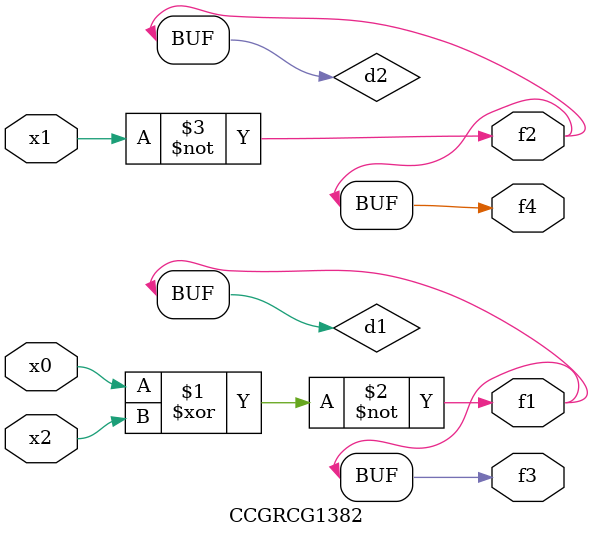
<source format=v>
module CCGRCG1382(
	input x0, x1, x2,
	output f1, f2, f3, f4
);

	wire d1, d2, d3;

	xnor (d1, x0, x2);
	nand (d2, x1);
	nor (d3, x1, x2);
	assign f1 = d1;
	assign f2 = d2;
	assign f3 = d1;
	assign f4 = d2;
endmodule

</source>
